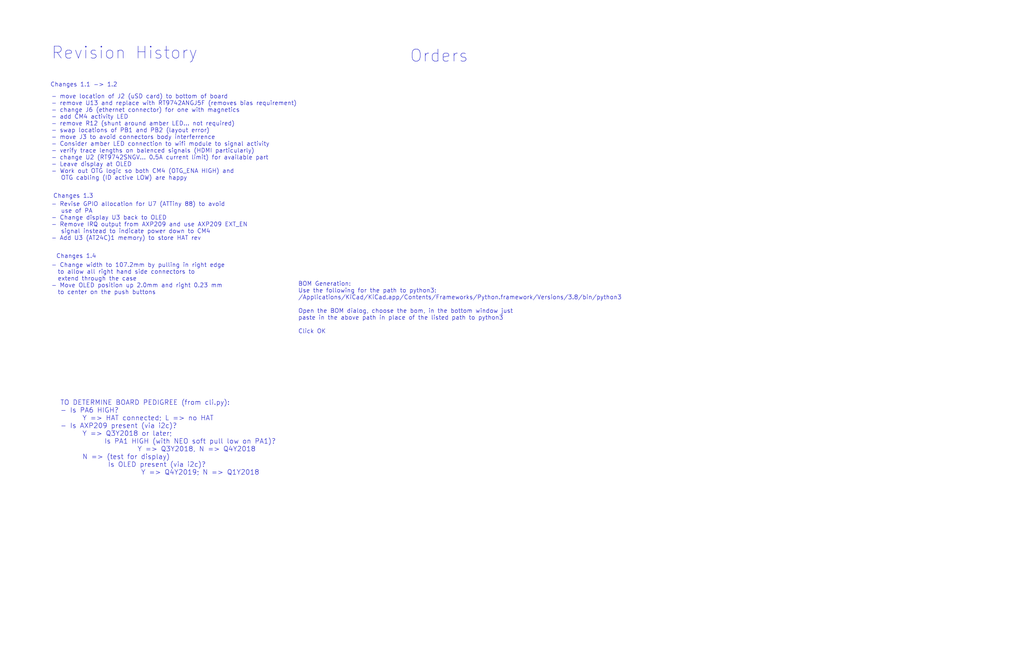
<source format=kicad_sch>
(kicad_sch (version 20210621) (generator eeschema)
  (paper "B")
  (title_block (title "ConnectBox HAT using RPi CM4") (date "2021-10-16") (rev "1.7.2") (comment 1 "JRA"))
  (lib_symbols)
  (text "Revision History" (at 21.59 25.4 0) (effects (font (size 5.08 5.08)) (justify left bottom)))
  (text "- move location of J2 (uSD card) to bottom of board\n- remove U13 and replace with RT9742ANGJ5F (removes bias requirement)\n- change J6 (ethernet connector) for one with magnetics\n- add CM4 activity LED\n- remove R12 (shunt around amber LED... not required)\n- swap locations of PB1 and PB2 (layout error)\n- move J3 to avoid connectors body interferrence\n- Consider amber LED connection to wifi module to signal activity\n- verify trace lengths on balenced signals (HDMI particularly)\n- change U2 (RT9742SNGV... 0.5A current limit) for available part\n- Leave display at OLED\n- Work out OTG logic so both CM4 (OTG_ENA HIGH) and\n   OTG cabling (ID active LOW) are happy\n" (at 21.59 76.2 0) (effects (font (size 1.778 1.778)) (justify left bottom)))
  (text "- Revise GPIO allocation for U7 (ATTiny 88) to avoid\n   use of PA\n- Change display U3 back to OLED\n- Remove IRQ output from AXP209 and use AXP209 EXT_EN\n   signal instead to indicate power down to CM4\n- Add U3 (AT24C)1 memory) to store HAT rev" (at 21.59 101.6 0) (effects (font (size 1.778 1.778)) (justify left bottom)))
  (text "- Change width to 107.2mm by pulling in right edge\n  to allow all right hand side connectors to \n  extend through the case\n- Move OLED position up 2.0mm and right 0.23 mm\n  to center on the push buttons\n" (at 21.59 124.46 0) (effects (font (size 1.778 1.778)) (justify left bottom)))
  (text "TO DETERMINE BOARD PEDIGREE (from cli.py):\n- Is PA6 HIGH? \n      Y => HAT connected; L => no HAT\n- Is AXP209 present (via i2c)? \n      Y => Q3Y2018 or later; \n            Is PA1 HIGH (with NEO soft pull low on PA1)? \n                     Y => Q3Y2018, N => Q4Y2018\n      N => (test for display)\n             Is OLED present (via i2c)? \n                      Y => Q4Y2019; N => Q1Y2018" (at 25.4 200.66 0) (effects (font (size 2.032 2.032)) (justify left bottom)))
  (text "Changes 1.3\n" (at 39.37 83.82 180) (effects (font (size 1.778 1.778)) (justify right bottom)))
  (text "Changes 1.4\n" (at 40.64 109.22 180) (effects (font (size 1.778 1.778)) (justify right bottom)))
  (text "Changes 1.1 -> 1.2\n" (at 49.53 36.83 180) (effects (font (size 1.778 1.778)) (justify right bottom)))
  (text "BOM Generation:\nUse the following for the path to python3:\n/Applications/KiCad/KiCad.app/Contents/Frameworks/Python.framework/Versions/3.8/bin/python3\n\nOpen the BOM dialog, choose the bom, in the bottom window just \npaste in the above path in place of the listed path to python3\n\nClick OK " (at 125.73 140.97 0) (effects (font (size 1.778 1.778)) (justify left bottom)))
  (text "Orders" (at 172.72 26.67 0) (effects (font (size 5.08 5.08)) (justify left bottom)))
)
</source>
